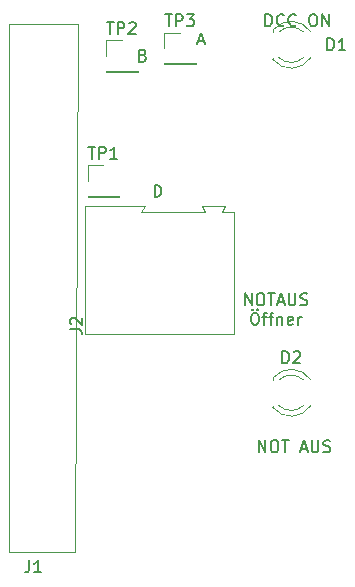
<source format=gbr>
G04 #@! TF.GenerationSoftware,KiCad,Pcbnew,5.1.6-c6e7f7d~86~ubuntu18.04.1*
G04 #@! TF.CreationDate,2020-07-18T15:42:51+02:00*
G04 #@! TF.ProjectId,sboxnet-dccgen,73626f78-6e65-4742-9d64-636367656e2e,rev?*
G04 #@! TF.SameCoordinates,Original*
G04 #@! TF.FileFunction,Legend,Top*
G04 #@! TF.FilePolarity,Positive*
%FSLAX46Y46*%
G04 Gerber Fmt 4.6, Leading zero omitted, Abs format (unit mm)*
G04 Created by KiCad (PCBNEW 5.1.6-c6e7f7d~86~ubuntu18.04.1) date 2020-07-18 15:42:51*
%MOMM*%
%LPD*%
G01*
G04 APERTURE LIST*
%ADD10C,0.150000*%
%ADD11C,0.120000*%
G04 APERTURE END LIST*
D10*
X39738095Y-65452380D02*
X39738095Y-64452380D01*
X39976190Y-64452380D01*
X40119047Y-64500000D01*
X40214285Y-64595238D01*
X40261904Y-64690476D01*
X40309523Y-64880952D01*
X40309523Y-65023809D01*
X40261904Y-65214285D01*
X40214285Y-65309523D01*
X40119047Y-65404761D01*
X39976190Y-65452380D01*
X39738095Y-65452380D01*
X47380952Y-74627380D02*
X47380952Y-73627380D01*
X47952380Y-74627380D01*
X47952380Y-73627380D01*
X48619047Y-73627380D02*
X48809523Y-73627380D01*
X48904761Y-73675000D01*
X49000000Y-73770238D01*
X49047619Y-73960714D01*
X49047619Y-74294047D01*
X49000000Y-74484523D01*
X48904761Y-74579761D01*
X48809523Y-74627380D01*
X48619047Y-74627380D01*
X48523809Y-74579761D01*
X48428571Y-74484523D01*
X48380952Y-74294047D01*
X48380952Y-73960714D01*
X48428571Y-73770238D01*
X48523809Y-73675000D01*
X48619047Y-73627380D01*
X49333333Y-73627380D02*
X49904761Y-73627380D01*
X49619047Y-74627380D02*
X49619047Y-73627380D01*
X50190476Y-74341666D02*
X50666666Y-74341666D01*
X50095238Y-74627380D02*
X50428571Y-73627380D01*
X50761904Y-74627380D01*
X51095238Y-73627380D02*
X51095238Y-74436904D01*
X51142857Y-74532142D01*
X51190476Y-74579761D01*
X51285714Y-74627380D01*
X51476190Y-74627380D01*
X51571428Y-74579761D01*
X51619047Y-74532142D01*
X51666666Y-74436904D01*
X51666666Y-73627380D01*
X52095238Y-74579761D02*
X52238095Y-74627380D01*
X52476190Y-74627380D01*
X52571428Y-74579761D01*
X52619047Y-74532142D01*
X52666666Y-74436904D01*
X52666666Y-74341666D01*
X52619047Y-74246428D01*
X52571428Y-74198809D01*
X52476190Y-74151190D01*
X52285714Y-74103571D01*
X52190476Y-74055952D01*
X52142857Y-74008333D01*
X52095238Y-73913095D01*
X52095238Y-73817857D01*
X52142857Y-73722619D01*
X52190476Y-73675000D01*
X52285714Y-73627380D01*
X52523809Y-73627380D01*
X52666666Y-73675000D01*
X48142857Y-75277380D02*
X48333333Y-75277380D01*
X48428571Y-75325000D01*
X48523809Y-75420238D01*
X48571428Y-75610714D01*
X48571428Y-75944047D01*
X48523809Y-76134523D01*
X48428571Y-76229761D01*
X48333333Y-76277380D01*
X48142857Y-76277380D01*
X48047619Y-76229761D01*
X47952380Y-76134523D01*
X47904761Y-75944047D01*
X47904761Y-75610714D01*
X47952380Y-75420238D01*
X48047619Y-75325000D01*
X48142857Y-75277380D01*
X48047619Y-74944047D02*
X48095238Y-74991666D01*
X48047619Y-75039285D01*
X48000000Y-74991666D01*
X48047619Y-74944047D01*
X48047619Y-75039285D01*
X48428571Y-74944047D02*
X48476190Y-74991666D01*
X48428571Y-75039285D01*
X48380952Y-74991666D01*
X48428571Y-74944047D01*
X48428571Y-75039285D01*
X48857142Y-75610714D02*
X49238095Y-75610714D01*
X49000000Y-76277380D02*
X49000000Y-75420238D01*
X49047619Y-75325000D01*
X49142857Y-75277380D01*
X49238095Y-75277380D01*
X49428571Y-75610714D02*
X49809523Y-75610714D01*
X49571428Y-76277380D02*
X49571428Y-75420238D01*
X49619047Y-75325000D01*
X49714285Y-75277380D01*
X49809523Y-75277380D01*
X50142857Y-75610714D02*
X50142857Y-76277380D01*
X50142857Y-75705952D02*
X50190476Y-75658333D01*
X50285714Y-75610714D01*
X50428571Y-75610714D01*
X50523809Y-75658333D01*
X50571428Y-75753571D01*
X50571428Y-76277380D01*
X51428571Y-76229761D02*
X51333333Y-76277380D01*
X51142857Y-76277380D01*
X51047619Y-76229761D01*
X51000000Y-76134523D01*
X51000000Y-75753571D01*
X51047619Y-75658333D01*
X51142857Y-75610714D01*
X51333333Y-75610714D01*
X51428571Y-75658333D01*
X51476190Y-75753571D01*
X51476190Y-75848809D01*
X51000000Y-75944047D01*
X51904761Y-76277380D02*
X51904761Y-75610714D01*
X51904761Y-75801190D02*
X51952380Y-75705952D01*
X52000000Y-75658333D01*
X52095238Y-75610714D01*
X52190476Y-75610714D01*
X43449904Y-52262066D02*
X43926095Y-52262066D01*
X43354666Y-52547780D02*
X43688000Y-51547780D01*
X44021333Y-52547780D01*
X38755628Y-53471771D02*
X38898485Y-53519390D01*
X38946104Y-53567009D01*
X38993723Y-53662247D01*
X38993723Y-53805104D01*
X38946104Y-53900342D01*
X38898485Y-53947961D01*
X38803247Y-53995580D01*
X38422295Y-53995580D01*
X38422295Y-52995580D01*
X38755628Y-52995580D01*
X38850866Y-53043200D01*
X38898485Y-53090819D01*
X38946104Y-53186057D01*
X38946104Y-53281295D01*
X38898485Y-53376533D01*
X38850866Y-53424152D01*
X38755628Y-53471771D01*
X38422295Y-53471771D01*
X48562000Y-87066380D02*
X48562000Y-86066380D01*
X49133428Y-87066380D01*
X49133428Y-86066380D01*
X49800095Y-86066380D02*
X49990571Y-86066380D01*
X50085809Y-86114000D01*
X50181047Y-86209238D01*
X50228666Y-86399714D01*
X50228666Y-86733047D01*
X50181047Y-86923523D01*
X50085809Y-87018761D01*
X49990571Y-87066380D01*
X49800095Y-87066380D01*
X49704857Y-87018761D01*
X49609619Y-86923523D01*
X49562000Y-86733047D01*
X49562000Y-86399714D01*
X49609619Y-86209238D01*
X49704857Y-86114000D01*
X49800095Y-86066380D01*
X50514380Y-86066380D02*
X51085809Y-86066380D01*
X50800095Y-87066380D02*
X50800095Y-86066380D01*
X52133428Y-86780666D02*
X52609619Y-86780666D01*
X52038190Y-87066380D02*
X52371523Y-86066380D01*
X52704857Y-87066380D01*
X53038190Y-86066380D02*
X53038190Y-86875904D01*
X53085809Y-86971142D01*
X53133428Y-87018761D01*
X53228666Y-87066380D01*
X53419142Y-87066380D01*
X53514380Y-87018761D01*
X53562000Y-86971142D01*
X53609619Y-86875904D01*
X53609619Y-86066380D01*
X54038190Y-87018761D02*
X54181047Y-87066380D01*
X54419142Y-87066380D01*
X54514380Y-87018761D01*
X54562000Y-86971142D01*
X54609619Y-86875904D01*
X54609619Y-86780666D01*
X54562000Y-86685428D01*
X54514380Y-86637809D01*
X54419142Y-86590190D01*
X54228666Y-86542571D01*
X54133428Y-86494952D01*
X54085809Y-86447333D01*
X54038190Y-86352095D01*
X54038190Y-86256857D01*
X54085809Y-86161619D01*
X54133428Y-86114000D01*
X54228666Y-86066380D01*
X54466761Y-86066380D01*
X54609619Y-86114000D01*
X49125523Y-50998380D02*
X49125523Y-49998380D01*
X49363619Y-49998380D01*
X49506476Y-50046000D01*
X49601714Y-50141238D01*
X49649333Y-50236476D01*
X49696952Y-50426952D01*
X49696952Y-50569809D01*
X49649333Y-50760285D01*
X49601714Y-50855523D01*
X49506476Y-50950761D01*
X49363619Y-50998380D01*
X49125523Y-50998380D01*
X50696952Y-50903142D02*
X50649333Y-50950761D01*
X50506476Y-50998380D01*
X50411238Y-50998380D01*
X50268380Y-50950761D01*
X50173142Y-50855523D01*
X50125523Y-50760285D01*
X50077904Y-50569809D01*
X50077904Y-50426952D01*
X50125523Y-50236476D01*
X50173142Y-50141238D01*
X50268380Y-50046000D01*
X50411238Y-49998380D01*
X50506476Y-49998380D01*
X50649333Y-50046000D01*
X50696952Y-50093619D01*
X51696952Y-50903142D02*
X51649333Y-50950761D01*
X51506476Y-50998380D01*
X51411238Y-50998380D01*
X51268380Y-50950761D01*
X51173142Y-50855523D01*
X51125523Y-50760285D01*
X51077904Y-50569809D01*
X51077904Y-50426952D01*
X51125523Y-50236476D01*
X51173142Y-50141238D01*
X51268380Y-50046000D01*
X51411238Y-49998380D01*
X51506476Y-49998380D01*
X51649333Y-50046000D01*
X51696952Y-50093619D01*
X53077904Y-49998380D02*
X53268380Y-49998380D01*
X53363619Y-50046000D01*
X53458857Y-50141238D01*
X53506476Y-50331714D01*
X53506476Y-50665047D01*
X53458857Y-50855523D01*
X53363619Y-50950761D01*
X53268380Y-50998380D01*
X53077904Y-50998380D01*
X52982666Y-50950761D01*
X52887428Y-50855523D01*
X52839809Y-50665047D01*
X52839809Y-50331714D01*
X52887428Y-50141238D01*
X52982666Y-50046000D01*
X53077904Y-49998380D01*
X53935047Y-50998380D02*
X53935047Y-49998380D01*
X54506476Y-50998380D01*
X54506476Y-49998380D01*
D11*
X40580000Y-54212800D02*
X43240000Y-54212800D01*
X40580000Y-54152800D02*
X40580000Y-54212800D01*
X43240000Y-54152800D02*
X43240000Y-54212800D01*
X40580000Y-54152800D02*
X43240000Y-54152800D01*
X40580000Y-52882800D02*
X40580000Y-51552800D01*
X40580000Y-51552800D02*
X41910000Y-51552800D01*
X35652400Y-54873200D02*
X38312400Y-54873200D01*
X35652400Y-54813200D02*
X35652400Y-54873200D01*
X38312400Y-54813200D02*
X38312400Y-54873200D01*
X35652400Y-54813200D02*
X38312400Y-54813200D01*
X35652400Y-53543200D02*
X35652400Y-52213200D01*
X35652400Y-52213200D02*
X36982400Y-52213200D01*
X34070000Y-65430000D02*
X36730000Y-65430000D01*
X34070000Y-65370000D02*
X34070000Y-65430000D01*
X36730000Y-65370000D02*
X36730000Y-65430000D01*
X34070000Y-65370000D02*
X36730000Y-65370000D01*
X34070000Y-64100000D02*
X34070000Y-62770000D01*
X34070000Y-62770000D02*
X35400000Y-62770000D01*
X49748000Y-53658000D02*
X49748000Y-53814000D01*
X49748000Y-51342000D02*
X49748000Y-51498000D01*
X52349130Y-53657837D02*
G75*
G02*
X50267039Y-53658000I-1041130J1079837D01*
G01*
X52349130Y-51498163D02*
G75*
G03*
X50267039Y-51498000I-1041130J-1079837D01*
G01*
X52980335Y-53656608D02*
G75*
G02*
X49748000Y-53813516I-1672335J1078608D01*
G01*
X52980335Y-51499392D02*
G75*
G03*
X49748000Y-51342484I-1672335J-1078608D01*
G01*
X49748000Y-83122000D02*
X49748000Y-83278000D01*
X49748000Y-80806000D02*
X49748000Y-80962000D01*
X52349130Y-83121837D02*
G75*
G02*
X50267039Y-83122000I-1041130J1079837D01*
G01*
X52349130Y-80962163D02*
G75*
G03*
X50267039Y-80962000I-1041130J-1079837D01*
G01*
X52980335Y-83120608D02*
G75*
G02*
X49748000Y-83277516I-1672335J1078608D01*
G01*
X52980335Y-80963392D02*
G75*
G03*
X49748000Y-80806484I-1672335J-1078608D01*
G01*
X33020000Y-95504000D02*
X33274000Y-50800000D01*
X33274000Y-50800000D02*
X27432000Y-50800000D01*
X27432000Y-50800000D02*
X27432000Y-94742000D01*
X27432000Y-94742000D02*
X27432000Y-95504000D01*
X27432000Y-95504000D02*
X33020000Y-95504000D01*
X33832000Y-66222000D02*
X33832000Y-77072000D01*
X38932000Y-66222000D02*
X33832000Y-66222000D01*
X38632000Y-66722000D02*
X38932000Y-66222000D01*
X44032000Y-66722000D02*
X38632000Y-66722000D01*
X43782000Y-66222000D02*
X44032000Y-66722000D01*
X43832000Y-66222000D02*
X43782000Y-66222000D01*
X45732000Y-66222000D02*
X43832000Y-66222000D01*
X45482000Y-66722000D02*
X45732000Y-66222000D01*
X46432000Y-66722000D02*
X45482000Y-66722000D01*
X46432000Y-77072000D02*
X46432000Y-66722000D01*
X33832000Y-77072000D02*
X46432000Y-77072000D01*
D10*
X40648095Y-50005180D02*
X41219523Y-50005180D01*
X40933809Y-51005180D02*
X40933809Y-50005180D01*
X41552857Y-51005180D02*
X41552857Y-50005180D01*
X41933809Y-50005180D01*
X42029047Y-50052800D01*
X42076666Y-50100419D01*
X42124285Y-50195657D01*
X42124285Y-50338514D01*
X42076666Y-50433752D01*
X42029047Y-50481371D01*
X41933809Y-50528990D01*
X41552857Y-50528990D01*
X42457619Y-50005180D02*
X43076666Y-50005180D01*
X42743333Y-50386133D01*
X42886190Y-50386133D01*
X42981428Y-50433752D01*
X43029047Y-50481371D01*
X43076666Y-50576609D01*
X43076666Y-50814704D01*
X43029047Y-50909942D01*
X42981428Y-50957561D01*
X42886190Y-51005180D01*
X42600476Y-51005180D01*
X42505238Y-50957561D01*
X42457619Y-50909942D01*
X35720495Y-50665580D02*
X36291923Y-50665580D01*
X36006209Y-51665580D02*
X36006209Y-50665580D01*
X36625257Y-51665580D02*
X36625257Y-50665580D01*
X37006209Y-50665580D01*
X37101447Y-50713200D01*
X37149066Y-50760819D01*
X37196685Y-50856057D01*
X37196685Y-50998914D01*
X37149066Y-51094152D01*
X37101447Y-51141771D01*
X37006209Y-51189390D01*
X36625257Y-51189390D01*
X37577638Y-50760819D02*
X37625257Y-50713200D01*
X37720495Y-50665580D01*
X37958590Y-50665580D01*
X38053828Y-50713200D01*
X38101447Y-50760819D01*
X38149066Y-50856057D01*
X38149066Y-50951295D01*
X38101447Y-51094152D01*
X37530019Y-51665580D01*
X38149066Y-51665580D01*
X34138095Y-61222380D02*
X34709523Y-61222380D01*
X34423809Y-62222380D02*
X34423809Y-61222380D01*
X35042857Y-62222380D02*
X35042857Y-61222380D01*
X35423809Y-61222380D01*
X35519047Y-61270000D01*
X35566666Y-61317619D01*
X35614285Y-61412857D01*
X35614285Y-61555714D01*
X35566666Y-61650952D01*
X35519047Y-61698571D01*
X35423809Y-61746190D01*
X35042857Y-61746190D01*
X36566666Y-62222380D02*
X35995238Y-62222380D01*
X36280952Y-62222380D02*
X36280952Y-61222380D01*
X36185714Y-61365238D01*
X36090476Y-61460476D01*
X35995238Y-61508095D01*
X54379904Y-53030380D02*
X54379904Y-52030380D01*
X54618000Y-52030380D01*
X54760857Y-52078000D01*
X54856095Y-52173238D01*
X54903714Y-52268476D01*
X54951333Y-52458952D01*
X54951333Y-52601809D01*
X54903714Y-52792285D01*
X54856095Y-52887523D01*
X54760857Y-52982761D01*
X54618000Y-53030380D01*
X54379904Y-53030380D01*
X55903714Y-53030380D02*
X55332285Y-53030380D01*
X55618000Y-53030380D02*
X55618000Y-52030380D01*
X55522761Y-52173238D01*
X55427523Y-52268476D01*
X55332285Y-52316095D01*
X50569904Y-79534380D02*
X50569904Y-78534380D01*
X50808000Y-78534380D01*
X50950857Y-78582000D01*
X51046095Y-78677238D01*
X51093714Y-78772476D01*
X51141333Y-78962952D01*
X51141333Y-79105809D01*
X51093714Y-79296285D01*
X51046095Y-79391523D01*
X50950857Y-79486761D01*
X50808000Y-79534380D01*
X50569904Y-79534380D01*
X51522285Y-78629619D02*
X51569904Y-78582000D01*
X51665142Y-78534380D01*
X51903238Y-78534380D01*
X51998476Y-78582000D01*
X52046095Y-78629619D01*
X52093714Y-78724857D01*
X52093714Y-78820095D01*
X52046095Y-78962952D01*
X51474666Y-79534380D01*
X52093714Y-79534380D01*
X29130666Y-96226380D02*
X29130666Y-96940666D01*
X29083047Y-97083523D01*
X28987809Y-97178761D01*
X28844952Y-97226380D01*
X28749714Y-97226380D01*
X30130666Y-97226380D02*
X29559238Y-97226380D01*
X29844952Y-97226380D02*
X29844952Y-96226380D01*
X29749714Y-96369238D01*
X29654476Y-96464476D01*
X29559238Y-96512095D01*
X32594380Y-76675333D02*
X33308666Y-76675333D01*
X33451523Y-76722952D01*
X33546761Y-76818190D01*
X33594380Y-76961047D01*
X33594380Y-77056285D01*
X32689619Y-76246761D02*
X32642000Y-76199142D01*
X32594380Y-76103904D01*
X32594380Y-75865809D01*
X32642000Y-75770571D01*
X32689619Y-75722952D01*
X32784857Y-75675333D01*
X32880095Y-75675333D01*
X33022952Y-75722952D01*
X33594380Y-76294380D01*
X33594380Y-75675333D01*
M02*

</source>
